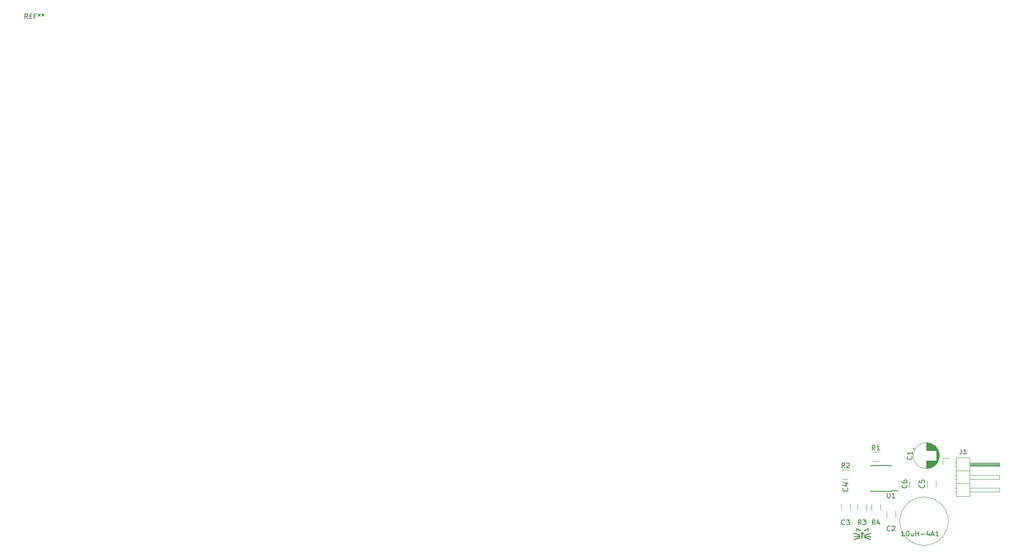
<source format=gbr>
G04 #@! TF.GenerationSoftware,KiCad,Pcbnew,(5.0.0)*
G04 #@! TF.CreationDate,2018-08-05T21:05:08-04:00*
G04 #@! TF.ProjectId,5vStepDown,357653746570446F776E2E6B69636164,rev?*
G04 #@! TF.SameCoordinates,Original*
G04 #@! TF.FileFunction,Legend,Top*
G04 #@! TF.FilePolarity,Positive*
%FSLAX46Y46*%
G04 Gerber Fmt 4.6, Leading zero omitted, Abs format (unit mm)*
G04 Created by KiCad (PCBNEW (5.0.0)) date 08/05/18 21:05:08*
%MOMM*%
%LPD*%
G01*
G04 APERTURE LIST*
%ADD10C,0.120000*%
%ADD11C,0.150000*%
%ADD12C,0.010000*%
G04 APERTURE END LIST*
D10*
G04 #@! TO.C,C1*
X176753225Y-87175000D02*
X176753225Y-87675000D01*
X176503225Y-87425000D02*
X177003225Y-87425000D01*
X181909000Y-88616000D02*
X181909000Y-89184000D01*
X181869000Y-88382000D02*
X181869000Y-89418000D01*
X181829000Y-88223000D02*
X181829000Y-89577000D01*
X181789000Y-88095000D02*
X181789000Y-89705000D01*
X181749000Y-87985000D02*
X181749000Y-89815000D01*
X181709000Y-87889000D02*
X181709000Y-89911000D01*
X181669000Y-87802000D02*
X181669000Y-89998000D01*
X181629000Y-87722000D02*
X181629000Y-90078000D01*
X181589000Y-87649000D02*
X181589000Y-90151000D01*
X181549000Y-87581000D02*
X181549000Y-90219000D01*
X181509000Y-87517000D02*
X181509000Y-90283000D01*
X181469000Y-87457000D02*
X181469000Y-90343000D01*
X181429000Y-87400000D02*
X181429000Y-90400000D01*
X181389000Y-87346000D02*
X181389000Y-90454000D01*
X181349000Y-87295000D02*
X181349000Y-90505000D01*
X181309000Y-89940000D02*
X181309000Y-90553000D01*
X181309000Y-87247000D02*
X181309000Y-87860000D01*
X181269000Y-89940000D02*
X181269000Y-90599000D01*
X181269000Y-87201000D02*
X181269000Y-87860000D01*
X181229000Y-89940000D02*
X181229000Y-90643000D01*
X181229000Y-87157000D02*
X181229000Y-87860000D01*
X181189000Y-89940000D02*
X181189000Y-90685000D01*
X181189000Y-87115000D02*
X181189000Y-87860000D01*
X181149000Y-89940000D02*
X181149000Y-90726000D01*
X181149000Y-87074000D02*
X181149000Y-87860000D01*
X181109000Y-89940000D02*
X181109000Y-90764000D01*
X181109000Y-87036000D02*
X181109000Y-87860000D01*
X181069000Y-89940000D02*
X181069000Y-90801000D01*
X181069000Y-86999000D02*
X181069000Y-87860000D01*
X181029000Y-89940000D02*
X181029000Y-90837000D01*
X181029000Y-86963000D02*
X181029000Y-87860000D01*
X180989000Y-89940000D02*
X180989000Y-90871000D01*
X180989000Y-86929000D02*
X180989000Y-87860000D01*
X180949000Y-89940000D02*
X180949000Y-90904000D01*
X180949000Y-86896000D02*
X180949000Y-87860000D01*
X180909000Y-89940000D02*
X180909000Y-90935000D01*
X180909000Y-86865000D02*
X180909000Y-87860000D01*
X180869000Y-89940000D02*
X180869000Y-90965000D01*
X180869000Y-86835000D02*
X180869000Y-87860000D01*
X180829000Y-89940000D02*
X180829000Y-90995000D01*
X180829000Y-86805000D02*
X180829000Y-87860000D01*
X180789000Y-89940000D02*
X180789000Y-91022000D01*
X180789000Y-86778000D02*
X180789000Y-87860000D01*
X180749000Y-89940000D02*
X180749000Y-91049000D01*
X180749000Y-86751000D02*
X180749000Y-87860000D01*
X180709000Y-89940000D02*
X180709000Y-91075000D01*
X180709000Y-86725000D02*
X180709000Y-87860000D01*
X180669000Y-89940000D02*
X180669000Y-91100000D01*
X180669000Y-86700000D02*
X180669000Y-87860000D01*
X180629000Y-89940000D02*
X180629000Y-91124000D01*
X180629000Y-86676000D02*
X180629000Y-87860000D01*
X180589000Y-89940000D02*
X180589000Y-91147000D01*
X180589000Y-86653000D02*
X180589000Y-87860000D01*
X180549000Y-89940000D02*
X180549000Y-91168000D01*
X180549000Y-86632000D02*
X180549000Y-87860000D01*
X180509000Y-89940000D02*
X180509000Y-91190000D01*
X180509000Y-86610000D02*
X180509000Y-87860000D01*
X180469000Y-89940000D02*
X180469000Y-91210000D01*
X180469000Y-86590000D02*
X180469000Y-87860000D01*
X180429000Y-89940000D02*
X180429000Y-91229000D01*
X180429000Y-86571000D02*
X180429000Y-87860000D01*
X180389000Y-89940000D02*
X180389000Y-91248000D01*
X180389000Y-86552000D02*
X180389000Y-87860000D01*
X180349000Y-89940000D02*
X180349000Y-91265000D01*
X180349000Y-86535000D02*
X180349000Y-87860000D01*
X180309000Y-89940000D02*
X180309000Y-91282000D01*
X180309000Y-86518000D02*
X180309000Y-87860000D01*
X180269000Y-89940000D02*
X180269000Y-91298000D01*
X180269000Y-86502000D02*
X180269000Y-87860000D01*
X180229000Y-89940000D02*
X180229000Y-91314000D01*
X180229000Y-86486000D02*
X180229000Y-87860000D01*
X180189000Y-89940000D02*
X180189000Y-91328000D01*
X180189000Y-86472000D02*
X180189000Y-87860000D01*
X180149000Y-89940000D02*
X180149000Y-91342000D01*
X180149000Y-86458000D02*
X180149000Y-87860000D01*
X180109000Y-89940000D02*
X180109000Y-91355000D01*
X180109000Y-86445000D02*
X180109000Y-87860000D01*
X180069000Y-89940000D02*
X180069000Y-91368000D01*
X180069000Y-86432000D02*
X180069000Y-87860000D01*
X180029000Y-89940000D02*
X180029000Y-91380000D01*
X180029000Y-86420000D02*
X180029000Y-87860000D01*
X179988000Y-89940000D02*
X179988000Y-91391000D01*
X179988000Y-86409000D02*
X179988000Y-87860000D01*
X179948000Y-89940000D02*
X179948000Y-91401000D01*
X179948000Y-86399000D02*
X179948000Y-87860000D01*
X179908000Y-89940000D02*
X179908000Y-91411000D01*
X179908000Y-86389000D02*
X179908000Y-87860000D01*
X179868000Y-89940000D02*
X179868000Y-91420000D01*
X179868000Y-86380000D02*
X179868000Y-87860000D01*
X179828000Y-89940000D02*
X179828000Y-91428000D01*
X179828000Y-86372000D02*
X179828000Y-87860000D01*
X179788000Y-89940000D02*
X179788000Y-91436000D01*
X179788000Y-86364000D02*
X179788000Y-87860000D01*
X179748000Y-89940000D02*
X179748000Y-91443000D01*
X179748000Y-86357000D02*
X179748000Y-87860000D01*
X179708000Y-89940000D02*
X179708000Y-91450000D01*
X179708000Y-86350000D02*
X179708000Y-87860000D01*
X179668000Y-89940000D02*
X179668000Y-91456000D01*
X179668000Y-86344000D02*
X179668000Y-87860000D01*
X179628000Y-89940000D02*
X179628000Y-91461000D01*
X179628000Y-86339000D02*
X179628000Y-87860000D01*
X179588000Y-89940000D02*
X179588000Y-91465000D01*
X179588000Y-86335000D02*
X179588000Y-87860000D01*
X179548000Y-89940000D02*
X179548000Y-91469000D01*
X179548000Y-86331000D02*
X179548000Y-87860000D01*
X179508000Y-89940000D02*
X179508000Y-91473000D01*
X179508000Y-86327000D02*
X179508000Y-87860000D01*
X179468000Y-89940000D02*
X179468000Y-91476000D01*
X179468000Y-86324000D02*
X179468000Y-87860000D01*
X179428000Y-89940000D02*
X179428000Y-91478000D01*
X179428000Y-86322000D02*
X179428000Y-87860000D01*
X179388000Y-89940000D02*
X179388000Y-91479000D01*
X179388000Y-86321000D02*
X179388000Y-87860000D01*
X179348000Y-86320000D02*
X179348000Y-87860000D01*
X179348000Y-89940000D02*
X179348000Y-91480000D01*
X179308000Y-86320000D02*
X179308000Y-87860000D01*
X179308000Y-89940000D02*
X179308000Y-91480000D01*
X181928000Y-88900000D02*
G75*
G03X181928000Y-88900000I-2620000J0D01*
G01*
G04 #@! TO.C,10uH-4A1*
X183726000Y-102108000D02*
G75*
G03X183726000Y-102108000I-4870000J0D01*
G01*
G04 #@! TO.C,C2*
X171302000Y-100105936D02*
X171302000Y-101310064D01*
X173122000Y-100105936D02*
X173122000Y-101310064D01*
G04 #@! TO.C,C3*
X162176786Y-98595554D02*
X162176786Y-99799682D01*
X163996786Y-98595554D02*
X163996786Y-99799682D01*
G04 #@! TO.C,C4*
X163540064Y-91800000D02*
X162335936Y-91800000D01*
X163540064Y-93620000D02*
X162335936Y-93620000D01*
G04 #@! TO.C,C5*
X181250000Y-95214064D02*
X181250000Y-94009936D01*
X179430000Y-95214064D02*
X179430000Y-94009936D01*
G04 #@! TO.C,C6*
X177694000Y-95220064D02*
X177694000Y-94015936D01*
X175874000Y-95220064D02*
X175874000Y-94015936D01*
G04 #@! TO.C,J1*
X182626000Y-89408000D02*
X183896000Y-89408000D01*
X182626000Y-90678000D02*
X182626000Y-89408000D01*
X184938929Y-96138000D02*
X185336000Y-96138000D01*
X184938929Y-95378000D02*
X185336000Y-95378000D01*
X193996000Y-96138000D02*
X187996000Y-96138000D01*
X193996000Y-95378000D02*
X193996000Y-96138000D01*
X187996000Y-95378000D02*
X193996000Y-95378000D01*
X185336000Y-94488000D02*
X187996000Y-94488000D01*
X184938929Y-93598000D02*
X185336000Y-93598000D01*
X184938929Y-92838000D02*
X185336000Y-92838000D01*
X193996000Y-93598000D02*
X187996000Y-93598000D01*
X193996000Y-92838000D02*
X193996000Y-93598000D01*
X187996000Y-92838000D02*
X193996000Y-92838000D01*
X185336000Y-91948000D02*
X187996000Y-91948000D01*
X185006000Y-91058000D02*
X185336000Y-91058000D01*
X185006000Y-90298000D02*
X185336000Y-90298000D01*
X187996000Y-90958000D02*
X193996000Y-90958000D01*
X187996000Y-90838000D02*
X193996000Y-90838000D01*
X187996000Y-90718000D02*
X193996000Y-90718000D01*
X187996000Y-90598000D02*
X193996000Y-90598000D01*
X187996000Y-90478000D02*
X193996000Y-90478000D01*
X187996000Y-90358000D02*
X193996000Y-90358000D01*
X193996000Y-91058000D02*
X187996000Y-91058000D01*
X193996000Y-90298000D02*
X193996000Y-91058000D01*
X187996000Y-90298000D02*
X193996000Y-90298000D01*
X187996000Y-89348000D02*
X185336000Y-89348000D01*
X187996000Y-97088000D02*
X187996000Y-89348000D01*
X185336000Y-97088000D02*
X187996000Y-97088000D01*
X185336000Y-89348000D02*
X185336000Y-97088000D01*
G04 #@! TO.C,R1*
X168561936Y-90064000D02*
X169766064Y-90064000D01*
X168561936Y-88244000D02*
X169766064Y-88244000D01*
G04 #@! TO.C,R2*
X162465936Y-96160000D02*
X163670064Y-96160000D01*
X162465936Y-94340000D02*
X163670064Y-94340000D01*
G04 #@! TO.C,R3*
X165460000Y-98711936D02*
X165460000Y-99916064D01*
X167280000Y-98711936D02*
X167280000Y-99916064D01*
G04 #@! TO.C,R4*
X168254000Y-98711936D02*
X168254000Y-99916064D01*
X170074000Y-98711936D02*
X170074000Y-99916064D01*
D11*
G04 #@! TO.C,U1*
X172255000Y-95997000D02*
X173655000Y-95997000D01*
X172255000Y-90897000D02*
X168105000Y-90897000D01*
X172255000Y-96047000D02*
X168105000Y-96047000D01*
X172255000Y-90897000D02*
X172255000Y-91042000D01*
X168105000Y-90897000D02*
X168105000Y-91042000D01*
X168105000Y-96047000D02*
X168105000Y-95902000D01*
X172255000Y-96047000D02*
X172255000Y-95997000D01*
D12*
G04 #@! TO.C,G\002A\002A\002A*
G36*
X167627681Y-103491735D02*
X167627716Y-103499971D01*
X167627644Y-103513102D01*
X167627469Y-103530754D01*
X167627198Y-103552553D01*
X167626835Y-103578125D01*
X167626386Y-103607095D01*
X167625857Y-103639091D01*
X167625254Y-103673738D01*
X167624581Y-103710661D01*
X167623845Y-103749487D01*
X167623207Y-103781965D01*
X167622401Y-103822738D01*
X167621629Y-103862379D01*
X167620897Y-103900466D01*
X167620214Y-103936575D01*
X167619587Y-103970286D01*
X167619024Y-104001175D01*
X167618533Y-104028820D01*
X167618121Y-104052800D01*
X167617796Y-104072692D01*
X167617565Y-104088073D01*
X167617436Y-104098521D01*
X167617411Y-104102606D01*
X167617423Y-104131534D01*
X167495446Y-104131534D01*
X167497201Y-104074384D01*
X167497752Y-104055263D01*
X167498331Y-104033040D01*
X167498927Y-104008256D01*
X167499531Y-103981452D01*
X167500135Y-103953169D01*
X167500728Y-103923949D01*
X167501301Y-103894331D01*
X167501844Y-103864859D01*
X167502349Y-103836071D01*
X167502806Y-103808510D01*
X167503205Y-103782716D01*
X167503536Y-103759231D01*
X167503791Y-103738595D01*
X167503960Y-103721350D01*
X167504034Y-103708037D01*
X167504002Y-103699196D01*
X167503856Y-103695370D01*
X167503821Y-103695258D01*
X167501250Y-103696451D01*
X167494031Y-103700231D01*
X167482448Y-103706439D01*
X167466788Y-103714921D01*
X167447335Y-103725519D01*
X167424374Y-103738077D01*
X167398190Y-103752439D01*
X167369069Y-103768447D01*
X167337296Y-103785946D01*
X167303156Y-103804779D01*
X167266934Y-103824789D01*
X167228915Y-103845820D01*
X167189385Y-103867716D01*
X167168417Y-103879341D01*
X167128151Y-103901663D01*
X167089210Y-103923232D01*
X167051884Y-103943889D01*
X167016461Y-103963475D01*
X166983229Y-103981831D01*
X166952477Y-103998798D01*
X166924494Y-104014217D01*
X166899568Y-104027929D01*
X166877988Y-104039775D01*
X166860043Y-104049596D01*
X166846021Y-104057234D01*
X166836211Y-104062528D01*
X166830901Y-104065320D01*
X166830023Y-104065729D01*
X166827359Y-104064247D01*
X166822926Y-104058702D01*
X166816551Y-104048828D01*
X166808059Y-104034358D01*
X166798978Y-104018122D01*
X166790670Y-104002890D01*
X166783339Y-103989160D01*
X166777418Y-103977764D01*
X166773337Y-103969537D01*
X166771529Y-103965310D01*
X166771486Y-103965121D01*
X166773147Y-103963294D01*
X166778500Y-103959531D01*
X166787681Y-103953753D01*
X166800827Y-103945883D01*
X166818075Y-103935842D01*
X166839562Y-103923550D01*
X166865426Y-103908929D01*
X166895802Y-103891901D01*
X166930828Y-103872386D01*
X166970640Y-103850306D01*
X166985975Y-103841823D01*
X167025284Y-103820085D01*
X167068414Y-103796225D01*
X167114344Y-103770809D01*
X167162054Y-103744402D01*
X167210522Y-103717569D01*
X167258728Y-103690876D01*
X167305649Y-103664889D01*
X167350264Y-103640172D01*
X167391553Y-103617290D01*
X167413597Y-103605071D01*
X167445533Y-103587391D01*
X167476048Y-103570549D01*
X167504781Y-103554741D01*
X167531375Y-103540161D01*
X167555470Y-103527004D01*
X167576707Y-103515467D01*
X167594727Y-103505743D01*
X167609171Y-103498028D01*
X167619680Y-103492517D01*
X167625896Y-103489405D01*
X167627532Y-103488769D01*
X167627681Y-103491735D01*
X167627681Y-103491735D01*
G37*
X167627681Y-103491735D02*
X167627716Y-103499971D01*
X167627644Y-103513102D01*
X167627469Y-103530754D01*
X167627198Y-103552553D01*
X167626835Y-103578125D01*
X167626386Y-103607095D01*
X167625857Y-103639091D01*
X167625254Y-103673738D01*
X167624581Y-103710661D01*
X167623845Y-103749487D01*
X167623207Y-103781965D01*
X167622401Y-103822738D01*
X167621629Y-103862379D01*
X167620897Y-103900466D01*
X167620214Y-103936575D01*
X167619587Y-103970286D01*
X167619024Y-104001175D01*
X167618533Y-104028820D01*
X167618121Y-104052800D01*
X167617796Y-104072692D01*
X167617565Y-104088073D01*
X167617436Y-104098521D01*
X167617411Y-104102606D01*
X167617423Y-104131534D01*
X167495446Y-104131534D01*
X167497201Y-104074384D01*
X167497752Y-104055263D01*
X167498331Y-104033040D01*
X167498927Y-104008256D01*
X167499531Y-103981452D01*
X167500135Y-103953169D01*
X167500728Y-103923949D01*
X167501301Y-103894331D01*
X167501844Y-103864859D01*
X167502349Y-103836071D01*
X167502806Y-103808510D01*
X167503205Y-103782716D01*
X167503536Y-103759231D01*
X167503791Y-103738595D01*
X167503960Y-103721350D01*
X167504034Y-103708037D01*
X167504002Y-103699196D01*
X167503856Y-103695370D01*
X167503821Y-103695258D01*
X167501250Y-103696451D01*
X167494031Y-103700231D01*
X167482448Y-103706439D01*
X167466788Y-103714921D01*
X167447335Y-103725519D01*
X167424374Y-103738077D01*
X167398190Y-103752439D01*
X167369069Y-103768447D01*
X167337296Y-103785946D01*
X167303156Y-103804779D01*
X167266934Y-103824789D01*
X167228915Y-103845820D01*
X167189385Y-103867716D01*
X167168417Y-103879341D01*
X167128151Y-103901663D01*
X167089210Y-103923232D01*
X167051884Y-103943889D01*
X167016461Y-103963475D01*
X166983229Y-103981831D01*
X166952477Y-103998798D01*
X166924494Y-104014217D01*
X166899568Y-104027929D01*
X166877988Y-104039775D01*
X166860043Y-104049596D01*
X166846021Y-104057234D01*
X166836211Y-104062528D01*
X166830901Y-104065320D01*
X166830023Y-104065729D01*
X166827359Y-104064247D01*
X166822926Y-104058702D01*
X166816551Y-104048828D01*
X166808059Y-104034358D01*
X166798978Y-104018122D01*
X166790670Y-104002890D01*
X166783339Y-103989160D01*
X166777418Y-103977764D01*
X166773337Y-103969537D01*
X166771529Y-103965310D01*
X166771486Y-103965121D01*
X166773147Y-103963294D01*
X166778500Y-103959531D01*
X166787681Y-103953753D01*
X166800827Y-103945883D01*
X166818075Y-103935842D01*
X166839562Y-103923550D01*
X166865426Y-103908929D01*
X166895802Y-103891901D01*
X166930828Y-103872386D01*
X166970640Y-103850306D01*
X166985975Y-103841823D01*
X167025284Y-103820085D01*
X167068414Y-103796225D01*
X167114344Y-103770809D01*
X167162054Y-103744402D01*
X167210522Y-103717569D01*
X167258728Y-103690876D01*
X167305649Y-103664889D01*
X167350264Y-103640172D01*
X167391553Y-103617290D01*
X167413597Y-103605071D01*
X167445533Y-103587391D01*
X167476048Y-103570549D01*
X167504781Y-103554741D01*
X167531375Y-103540161D01*
X167555470Y-103527004D01*
X167576707Y-103515467D01*
X167594727Y-103505743D01*
X167609171Y-103498028D01*
X167619680Y-103492517D01*
X167625896Y-103489405D01*
X167627532Y-103488769D01*
X167627681Y-103491735D01*
G36*
X165208208Y-103489914D02*
X165215427Y-103493598D01*
X165226899Y-103499656D01*
X165242282Y-103507905D01*
X165261236Y-103518158D01*
X165283423Y-103530231D01*
X165308501Y-103543938D01*
X165336130Y-103559094D01*
X165365972Y-103575515D01*
X165397685Y-103593014D01*
X165430929Y-103611407D01*
X165443527Y-103618388D01*
X165483028Y-103640287D01*
X165525237Y-103663678D01*
X165569331Y-103688106D01*
X165614488Y-103713116D01*
X165659887Y-103738254D01*
X165704706Y-103763064D01*
X165748124Y-103787092D01*
X165789318Y-103809882D01*
X165827468Y-103830981D01*
X165861750Y-103849932D01*
X165871176Y-103855141D01*
X165907439Y-103875200D01*
X165939031Y-103892731D01*
X165966239Y-103907900D01*
X165989349Y-103920875D01*
X166008650Y-103931823D01*
X166024429Y-103940911D01*
X166036973Y-103948307D01*
X166046568Y-103954178D01*
X166053504Y-103958692D01*
X166058066Y-103962016D01*
X166060542Y-103964317D01*
X166061219Y-103965762D01*
X166061205Y-103965841D01*
X166059522Y-103969810D01*
X166055537Y-103977853D01*
X166049697Y-103989112D01*
X166042445Y-104002731D01*
X166034229Y-104017852D01*
X166033685Y-104018842D01*
X166023352Y-104037306D01*
X166015272Y-104050943D01*
X166009271Y-104060022D01*
X166005172Y-104064812D01*
X166003111Y-104065729D01*
X166000175Y-104064255D01*
X165992593Y-104060200D01*
X165980654Y-104053722D01*
X165964646Y-104044979D01*
X165944859Y-104034132D01*
X165921580Y-104021339D01*
X165895099Y-104006759D01*
X165865704Y-103990551D01*
X165833684Y-103972874D01*
X165799327Y-103953887D01*
X165762922Y-103933749D01*
X165724758Y-103912618D01*
X165685123Y-103890655D01*
X165664717Y-103879341D01*
X165624516Y-103857059D01*
X165585678Y-103835561D01*
X165548489Y-103815004D01*
X165513234Y-103795543D01*
X165480198Y-103777335D01*
X165449667Y-103760537D01*
X165421925Y-103745305D01*
X165397258Y-103731796D01*
X165375951Y-103720166D01*
X165358289Y-103710571D01*
X165344557Y-103703168D01*
X165335040Y-103698114D01*
X165330024Y-103695566D01*
X165329289Y-103695282D01*
X165329122Y-103698241D01*
X165329070Y-103706303D01*
X165329125Y-103718925D01*
X165329277Y-103735567D01*
X165329516Y-103755687D01*
X165329833Y-103778745D01*
X165330220Y-103804198D01*
X165330665Y-103831506D01*
X165331160Y-103860128D01*
X165331696Y-103889522D01*
X165332262Y-103919147D01*
X165332850Y-103948462D01*
X165333451Y-103976926D01*
X165334054Y-104003998D01*
X165334650Y-104029136D01*
X165335230Y-104051800D01*
X165335784Y-104071447D01*
X165335917Y-104075795D01*
X165337647Y-104131534D01*
X165215711Y-104131534D01*
X165215721Y-104102606D01*
X165215666Y-104095769D01*
X165215503Y-104083711D01*
X165215240Y-104066854D01*
X165214885Y-104045621D01*
X165214445Y-104020434D01*
X165213928Y-103991715D01*
X165213342Y-103959886D01*
X165212694Y-103925370D01*
X165211992Y-103888589D01*
X165211244Y-103849965D01*
X165210457Y-103809920D01*
X165209902Y-103781988D01*
X165209115Y-103741899D01*
X165208389Y-103703411D01*
X165207727Y-103666898D01*
X165207137Y-103632733D01*
X165206623Y-103601291D01*
X165206190Y-103572946D01*
X165205845Y-103548071D01*
X165205593Y-103527042D01*
X165205439Y-103510232D01*
X165205389Y-103498014D01*
X165205449Y-103490764D01*
X165205580Y-103488791D01*
X165208208Y-103489914D01*
X165208208Y-103489914D01*
G37*
X165208208Y-103489914D02*
X165215427Y-103493598D01*
X165226899Y-103499656D01*
X165242282Y-103507905D01*
X165261236Y-103518158D01*
X165283423Y-103530231D01*
X165308501Y-103543938D01*
X165336130Y-103559094D01*
X165365972Y-103575515D01*
X165397685Y-103593014D01*
X165430929Y-103611407D01*
X165443527Y-103618388D01*
X165483028Y-103640287D01*
X165525237Y-103663678D01*
X165569331Y-103688106D01*
X165614488Y-103713116D01*
X165659887Y-103738254D01*
X165704706Y-103763064D01*
X165748124Y-103787092D01*
X165789318Y-103809882D01*
X165827468Y-103830981D01*
X165861750Y-103849932D01*
X165871176Y-103855141D01*
X165907439Y-103875200D01*
X165939031Y-103892731D01*
X165966239Y-103907900D01*
X165989349Y-103920875D01*
X166008650Y-103931823D01*
X166024429Y-103940911D01*
X166036973Y-103948307D01*
X166046568Y-103954178D01*
X166053504Y-103958692D01*
X166058066Y-103962016D01*
X166060542Y-103964317D01*
X166061219Y-103965762D01*
X166061205Y-103965841D01*
X166059522Y-103969810D01*
X166055537Y-103977853D01*
X166049697Y-103989112D01*
X166042445Y-104002731D01*
X166034229Y-104017852D01*
X166033685Y-104018842D01*
X166023352Y-104037306D01*
X166015272Y-104050943D01*
X166009271Y-104060022D01*
X166005172Y-104064812D01*
X166003111Y-104065729D01*
X166000175Y-104064255D01*
X165992593Y-104060200D01*
X165980654Y-104053722D01*
X165964646Y-104044979D01*
X165944859Y-104034132D01*
X165921580Y-104021339D01*
X165895099Y-104006759D01*
X165865704Y-103990551D01*
X165833684Y-103972874D01*
X165799327Y-103953887D01*
X165762922Y-103933749D01*
X165724758Y-103912618D01*
X165685123Y-103890655D01*
X165664717Y-103879341D01*
X165624516Y-103857059D01*
X165585678Y-103835561D01*
X165548489Y-103815004D01*
X165513234Y-103795543D01*
X165480198Y-103777335D01*
X165449667Y-103760537D01*
X165421925Y-103745305D01*
X165397258Y-103731796D01*
X165375951Y-103720166D01*
X165358289Y-103710571D01*
X165344557Y-103703168D01*
X165335040Y-103698114D01*
X165330024Y-103695566D01*
X165329289Y-103695282D01*
X165329122Y-103698241D01*
X165329070Y-103706303D01*
X165329125Y-103718925D01*
X165329277Y-103735567D01*
X165329516Y-103755687D01*
X165329833Y-103778745D01*
X165330220Y-103804198D01*
X165330665Y-103831506D01*
X165331160Y-103860128D01*
X165331696Y-103889522D01*
X165332262Y-103919147D01*
X165332850Y-103948462D01*
X165333451Y-103976926D01*
X165334054Y-104003998D01*
X165334650Y-104029136D01*
X165335230Y-104051800D01*
X165335784Y-104071447D01*
X165335917Y-104075795D01*
X165337647Y-104131534D01*
X165215711Y-104131534D01*
X165215721Y-104102606D01*
X165215666Y-104095769D01*
X165215503Y-104083711D01*
X165215240Y-104066854D01*
X165214885Y-104045621D01*
X165214445Y-104020434D01*
X165213928Y-103991715D01*
X165213342Y-103959886D01*
X165212694Y-103925370D01*
X165211992Y-103888589D01*
X165211244Y-103849965D01*
X165210457Y-103809920D01*
X165209902Y-103781988D01*
X165209115Y-103741899D01*
X165208389Y-103703411D01*
X165207727Y-103666898D01*
X165207137Y-103632733D01*
X165206623Y-103601291D01*
X165206190Y-103572946D01*
X165205845Y-103548071D01*
X165205593Y-103527042D01*
X165205439Y-103510232D01*
X165205389Y-103498014D01*
X165205449Y-103490764D01*
X165205580Y-103488791D01*
X165208208Y-103489914D01*
G36*
X164751763Y-104465411D02*
X164759699Y-104467911D01*
X164772404Y-104471961D01*
X164789582Y-104477464D01*
X164810934Y-104484323D01*
X164836163Y-104492443D01*
X164864972Y-104501726D01*
X164897063Y-104512077D01*
X164932140Y-104523400D01*
X164969904Y-104535597D01*
X165010058Y-104548573D01*
X165052304Y-104562231D01*
X165096346Y-104576475D01*
X165141887Y-104591208D01*
X165188627Y-104606335D01*
X165236271Y-104621758D01*
X165284521Y-104637382D01*
X165333079Y-104653110D01*
X165381648Y-104668846D01*
X165429931Y-104684494D01*
X165477630Y-104699956D01*
X165524448Y-104715138D01*
X165570087Y-104729941D01*
X165614251Y-104744271D01*
X165656641Y-104758031D01*
X165696960Y-104771124D01*
X165734911Y-104783454D01*
X165770197Y-104794925D01*
X165802519Y-104805441D01*
X165831581Y-104814904D01*
X165857086Y-104823219D01*
X165878735Y-104830290D01*
X165896232Y-104836020D01*
X165909279Y-104840312D01*
X165917579Y-104843071D01*
X165920834Y-104844199D01*
X165920870Y-104844219D01*
X165920489Y-104847183D01*
X165918619Y-104854509D01*
X165915564Y-104865234D01*
X165911627Y-104878401D01*
X165907113Y-104893047D01*
X165902325Y-104908214D01*
X165897566Y-104922940D01*
X165893142Y-104936267D01*
X165889354Y-104947233D01*
X165886508Y-104954879D01*
X165884906Y-104958244D01*
X165884775Y-104958321D01*
X165881976Y-104957453D01*
X165874051Y-104954926D01*
X165861245Y-104950818D01*
X165843801Y-104945208D01*
X165821965Y-104938176D01*
X165795980Y-104929800D01*
X165766090Y-104920159D01*
X165732541Y-104909332D01*
X165695576Y-104897398D01*
X165655440Y-104884435D01*
X165612376Y-104870523D01*
X165566630Y-104855740D01*
X165518445Y-104840166D01*
X165468067Y-104823879D01*
X165415738Y-104806957D01*
X165361704Y-104789481D01*
X165306209Y-104771528D01*
X165297556Y-104768729D01*
X165241871Y-104750712D01*
X165187618Y-104733157D01*
X165135041Y-104716144D01*
X165084383Y-104699750D01*
X165035889Y-104684055D01*
X164989802Y-104669139D01*
X164946366Y-104655079D01*
X164905824Y-104641954D01*
X164868421Y-104629845D01*
X164834400Y-104618829D01*
X164804005Y-104608985D01*
X164777480Y-104600393D01*
X164755068Y-104593131D01*
X164737013Y-104587278D01*
X164723559Y-104582913D01*
X164714950Y-104580116D01*
X164711429Y-104578964D01*
X164711354Y-104578938D01*
X164711896Y-104576252D01*
X164713945Y-104569174D01*
X164717189Y-104558655D01*
X164721317Y-104545646D01*
X164726016Y-104531098D01*
X164730975Y-104515962D01*
X164735880Y-104501189D01*
X164740421Y-104487730D01*
X164744285Y-104476536D01*
X164747159Y-104468558D01*
X164748732Y-104464747D01*
X164748893Y-104464556D01*
X164751763Y-104465411D01*
X164751763Y-104465411D01*
G37*
X164751763Y-104465411D02*
X164759699Y-104467911D01*
X164772404Y-104471961D01*
X164789582Y-104477464D01*
X164810934Y-104484323D01*
X164836163Y-104492443D01*
X164864972Y-104501726D01*
X164897063Y-104512077D01*
X164932140Y-104523400D01*
X164969904Y-104535597D01*
X165010058Y-104548573D01*
X165052304Y-104562231D01*
X165096346Y-104576475D01*
X165141887Y-104591208D01*
X165188627Y-104606335D01*
X165236271Y-104621758D01*
X165284521Y-104637382D01*
X165333079Y-104653110D01*
X165381648Y-104668846D01*
X165429931Y-104684494D01*
X165477630Y-104699956D01*
X165524448Y-104715138D01*
X165570087Y-104729941D01*
X165614251Y-104744271D01*
X165656641Y-104758031D01*
X165696960Y-104771124D01*
X165734911Y-104783454D01*
X165770197Y-104794925D01*
X165802519Y-104805441D01*
X165831581Y-104814904D01*
X165857086Y-104823219D01*
X165878735Y-104830290D01*
X165896232Y-104836020D01*
X165909279Y-104840312D01*
X165917579Y-104843071D01*
X165920834Y-104844199D01*
X165920870Y-104844219D01*
X165920489Y-104847183D01*
X165918619Y-104854509D01*
X165915564Y-104865234D01*
X165911627Y-104878401D01*
X165907113Y-104893047D01*
X165902325Y-104908214D01*
X165897566Y-104922940D01*
X165893142Y-104936267D01*
X165889354Y-104947233D01*
X165886508Y-104954879D01*
X165884906Y-104958244D01*
X165884775Y-104958321D01*
X165881976Y-104957453D01*
X165874051Y-104954926D01*
X165861245Y-104950818D01*
X165843801Y-104945208D01*
X165821965Y-104938176D01*
X165795980Y-104929800D01*
X165766090Y-104920159D01*
X165732541Y-104909332D01*
X165695576Y-104897398D01*
X165655440Y-104884435D01*
X165612376Y-104870523D01*
X165566630Y-104855740D01*
X165518445Y-104840166D01*
X165468067Y-104823879D01*
X165415738Y-104806957D01*
X165361704Y-104789481D01*
X165306209Y-104771528D01*
X165297556Y-104768729D01*
X165241871Y-104750712D01*
X165187618Y-104733157D01*
X165135041Y-104716144D01*
X165084383Y-104699750D01*
X165035889Y-104684055D01*
X164989802Y-104669139D01*
X164946366Y-104655079D01*
X164905824Y-104641954D01*
X164868421Y-104629845D01*
X164834400Y-104618829D01*
X164804005Y-104608985D01*
X164777480Y-104600393D01*
X164755068Y-104593131D01*
X164737013Y-104587278D01*
X164723559Y-104582913D01*
X164714950Y-104580116D01*
X164711429Y-104578964D01*
X164711354Y-104578938D01*
X164711896Y-104576252D01*
X164713945Y-104569174D01*
X164717189Y-104558655D01*
X164721317Y-104545646D01*
X164726016Y-104531098D01*
X164730975Y-104515962D01*
X164735880Y-104501189D01*
X164740421Y-104487730D01*
X164744285Y-104476536D01*
X164747159Y-104468558D01*
X164748732Y-104464747D01*
X164748893Y-104464556D01*
X164751763Y-104465411D01*
G36*
X168020105Y-104474008D02*
X168021734Y-104477392D01*
X168024597Y-104485071D01*
X168028386Y-104496069D01*
X168032795Y-104509409D01*
X168037519Y-104524117D01*
X168042250Y-104539215D01*
X168046683Y-104553729D01*
X168050511Y-104566681D01*
X168053428Y-104577097D01*
X168055128Y-104583999D01*
X168055372Y-104586394D01*
X168052616Y-104587366D01*
X168044788Y-104589978D01*
X168032185Y-104594135D01*
X168015105Y-104599739D01*
X167993846Y-104606694D01*
X167968706Y-104614904D01*
X167939983Y-104624271D01*
X167907975Y-104634700D01*
X167872979Y-104646093D01*
X167835294Y-104658354D01*
X167795217Y-104671386D01*
X167753046Y-104685093D01*
X167709079Y-104699378D01*
X167663614Y-104714144D01*
X167616949Y-104729296D01*
X167569382Y-104744735D01*
X167521209Y-104760366D01*
X167472731Y-104776092D01*
X167424243Y-104791817D01*
X167376045Y-104807443D01*
X167328433Y-104822874D01*
X167281706Y-104838014D01*
X167236162Y-104852766D01*
X167192099Y-104867033D01*
X167149814Y-104880719D01*
X167109605Y-104893726D01*
X167071770Y-104905959D01*
X167036608Y-104917321D01*
X167004415Y-104927715D01*
X166975490Y-104937045D01*
X166950130Y-104945214D01*
X166928634Y-104952125D01*
X166911300Y-104957681D01*
X166898424Y-104961787D01*
X166890306Y-104964345D01*
X166887878Y-104965087D01*
X166885858Y-104965232D01*
X166883903Y-104963977D01*
X166881731Y-104960674D01*
X166879062Y-104954677D01*
X166875613Y-104945340D01*
X166871103Y-104932017D01*
X166865250Y-104914061D01*
X166864079Y-104910430D01*
X166858740Y-104893597D01*
X166854162Y-104878632D01*
X166850579Y-104866345D01*
X166848223Y-104857546D01*
X166847331Y-104853046D01*
X166847388Y-104852650D01*
X166850246Y-104851577D01*
X166858171Y-104848878D01*
X166870864Y-104844647D01*
X166888028Y-104838981D01*
X166909367Y-104831976D01*
X166934582Y-104823728D01*
X166963378Y-104814332D01*
X166995456Y-104803885D01*
X167030520Y-104792482D01*
X167068272Y-104780220D01*
X167108416Y-104767194D01*
X167150654Y-104753501D01*
X167194689Y-104739236D01*
X167240224Y-104724495D01*
X167286962Y-104709374D01*
X167334605Y-104693970D01*
X167382857Y-104678377D01*
X167431420Y-104662692D01*
X167479997Y-104647012D01*
X167528292Y-104631431D01*
X167576006Y-104616046D01*
X167622843Y-104600953D01*
X167668506Y-104586247D01*
X167712697Y-104572025D01*
X167755120Y-104558383D01*
X167795477Y-104545416D01*
X167833471Y-104533220D01*
X167868805Y-104521892D01*
X167901181Y-104511528D01*
X167930303Y-104502222D01*
X167955874Y-104494072D01*
X167977596Y-104487173D01*
X167995172Y-104481621D01*
X168008306Y-104477512D01*
X168016699Y-104474942D01*
X168020055Y-104474007D01*
X168020105Y-104474008D01*
X168020105Y-104474008D01*
G37*
X168020105Y-104474008D02*
X168021734Y-104477392D01*
X168024597Y-104485071D01*
X168028386Y-104496069D01*
X168032795Y-104509409D01*
X168037519Y-104524117D01*
X168042250Y-104539215D01*
X168046683Y-104553729D01*
X168050511Y-104566681D01*
X168053428Y-104577097D01*
X168055128Y-104583999D01*
X168055372Y-104586394D01*
X168052616Y-104587366D01*
X168044788Y-104589978D01*
X168032185Y-104594135D01*
X168015105Y-104599739D01*
X167993846Y-104606694D01*
X167968706Y-104614904D01*
X167939983Y-104624271D01*
X167907975Y-104634700D01*
X167872979Y-104646093D01*
X167835294Y-104658354D01*
X167795217Y-104671386D01*
X167753046Y-104685093D01*
X167709079Y-104699378D01*
X167663614Y-104714144D01*
X167616949Y-104729296D01*
X167569382Y-104744735D01*
X167521209Y-104760366D01*
X167472731Y-104776092D01*
X167424243Y-104791817D01*
X167376045Y-104807443D01*
X167328433Y-104822874D01*
X167281706Y-104838014D01*
X167236162Y-104852766D01*
X167192099Y-104867033D01*
X167149814Y-104880719D01*
X167109605Y-104893726D01*
X167071770Y-104905959D01*
X167036608Y-104917321D01*
X167004415Y-104927715D01*
X166975490Y-104937045D01*
X166950130Y-104945214D01*
X166928634Y-104952125D01*
X166911300Y-104957681D01*
X166898424Y-104961787D01*
X166890306Y-104964345D01*
X166887878Y-104965087D01*
X166885858Y-104965232D01*
X166883903Y-104963977D01*
X166881731Y-104960674D01*
X166879062Y-104954677D01*
X166875613Y-104945340D01*
X166871103Y-104932017D01*
X166865250Y-104914061D01*
X166864079Y-104910430D01*
X166858740Y-104893597D01*
X166854162Y-104878632D01*
X166850579Y-104866345D01*
X166848223Y-104857546D01*
X166847331Y-104853046D01*
X166847388Y-104852650D01*
X166850246Y-104851577D01*
X166858171Y-104848878D01*
X166870864Y-104844647D01*
X166888028Y-104838981D01*
X166909367Y-104831976D01*
X166934582Y-104823728D01*
X166963378Y-104814332D01*
X166995456Y-104803885D01*
X167030520Y-104792482D01*
X167068272Y-104780220D01*
X167108416Y-104767194D01*
X167150654Y-104753501D01*
X167194689Y-104739236D01*
X167240224Y-104724495D01*
X167286962Y-104709374D01*
X167334605Y-104693970D01*
X167382857Y-104678377D01*
X167431420Y-104662692D01*
X167479997Y-104647012D01*
X167528292Y-104631431D01*
X167576006Y-104616046D01*
X167622843Y-104600953D01*
X167668506Y-104586247D01*
X167712697Y-104572025D01*
X167755120Y-104558383D01*
X167795477Y-104545416D01*
X167833471Y-104533220D01*
X167868805Y-104521892D01*
X167901181Y-104511528D01*
X167930303Y-104502222D01*
X167955874Y-104494072D01*
X167977596Y-104487173D01*
X167995172Y-104481621D01*
X168008306Y-104477512D01*
X168016699Y-104474942D01*
X168020055Y-104474007D01*
X168020105Y-104474008D01*
G36*
X165883682Y-105074814D02*
X165884442Y-105082427D01*
X165885386Y-105093626D01*
X165886445Y-105107389D01*
X165887549Y-105122693D01*
X165888627Y-105138515D01*
X165889611Y-105153831D01*
X165890430Y-105167619D01*
X165891015Y-105178855D01*
X165891296Y-105186517D01*
X165891203Y-105189581D01*
X165891202Y-105189583D01*
X165888352Y-105189881D01*
X165880186Y-105190537D01*
X165867020Y-105191531D01*
X165849171Y-105192840D01*
X165826955Y-105194443D01*
X165800686Y-105196318D01*
X165770682Y-105198444D01*
X165737258Y-105200798D01*
X165700730Y-105203359D01*
X165661414Y-105206106D01*
X165619626Y-105209016D01*
X165575683Y-105212068D01*
X165529899Y-105215241D01*
X165482591Y-105218512D01*
X165434076Y-105221860D01*
X165384668Y-105225264D01*
X165334684Y-105228701D01*
X165284441Y-105232150D01*
X165234253Y-105235589D01*
X165184437Y-105238997D01*
X165135308Y-105242351D01*
X165087184Y-105245631D01*
X165040379Y-105248814D01*
X164995210Y-105251879D01*
X164951993Y-105254804D01*
X164911043Y-105257568D01*
X164872677Y-105260148D01*
X164837211Y-105262524D01*
X164804960Y-105264672D01*
X164776241Y-105266573D01*
X164751369Y-105268203D01*
X164730661Y-105269542D01*
X164714432Y-105270568D01*
X164702999Y-105271258D01*
X164696677Y-105271592D01*
X164695717Y-105271621D01*
X164687632Y-105271479D01*
X164683678Y-105270234D01*
X164682342Y-105266873D01*
X164682151Y-105262539D01*
X164681892Y-105256739D01*
X164681274Y-105246447D01*
X164680373Y-105232799D01*
X164679262Y-105216930D01*
X164678316Y-105203978D01*
X164677154Y-105187952D01*
X164676203Y-105174018D01*
X164675520Y-105163093D01*
X164675162Y-105156092D01*
X164675160Y-105153907D01*
X164677997Y-105153625D01*
X164686152Y-105152986D01*
X164699310Y-105152013D01*
X164717157Y-105150726D01*
X164739379Y-105149147D01*
X164765660Y-105147297D01*
X164795688Y-105145197D01*
X164829147Y-105142870D01*
X164865724Y-105140336D01*
X164905103Y-105137616D01*
X164946971Y-105134733D01*
X164991014Y-105131707D01*
X165036916Y-105128559D01*
X165084364Y-105125312D01*
X165133044Y-105121986D01*
X165182640Y-105118604D01*
X165232839Y-105115185D01*
X165283327Y-105111752D01*
X165333789Y-105108325D01*
X165383911Y-105104927D01*
X165433378Y-105101579D01*
X165481876Y-105098301D01*
X165529092Y-105095116D01*
X165574709Y-105092045D01*
X165618415Y-105089108D01*
X165659895Y-105086328D01*
X165698835Y-105083726D01*
X165734920Y-105081323D01*
X165767835Y-105079141D01*
X165797268Y-105077200D01*
X165822903Y-105075523D01*
X165844426Y-105074130D01*
X165861522Y-105073043D01*
X165873878Y-105072284D01*
X165881179Y-105071873D01*
X165883175Y-105071812D01*
X165883682Y-105074814D01*
X165883682Y-105074814D01*
G37*
X165883682Y-105074814D02*
X165884442Y-105082427D01*
X165885386Y-105093626D01*
X165886445Y-105107389D01*
X165887549Y-105122693D01*
X165888627Y-105138515D01*
X165889611Y-105153831D01*
X165890430Y-105167619D01*
X165891015Y-105178855D01*
X165891296Y-105186517D01*
X165891203Y-105189581D01*
X165891202Y-105189583D01*
X165888352Y-105189881D01*
X165880186Y-105190537D01*
X165867020Y-105191531D01*
X165849171Y-105192840D01*
X165826955Y-105194443D01*
X165800686Y-105196318D01*
X165770682Y-105198444D01*
X165737258Y-105200798D01*
X165700730Y-105203359D01*
X165661414Y-105206106D01*
X165619626Y-105209016D01*
X165575683Y-105212068D01*
X165529899Y-105215241D01*
X165482591Y-105218512D01*
X165434076Y-105221860D01*
X165384668Y-105225264D01*
X165334684Y-105228701D01*
X165284441Y-105232150D01*
X165234253Y-105235589D01*
X165184437Y-105238997D01*
X165135308Y-105242351D01*
X165087184Y-105245631D01*
X165040379Y-105248814D01*
X164995210Y-105251879D01*
X164951993Y-105254804D01*
X164911043Y-105257568D01*
X164872677Y-105260148D01*
X164837211Y-105262524D01*
X164804960Y-105264672D01*
X164776241Y-105266573D01*
X164751369Y-105268203D01*
X164730661Y-105269542D01*
X164714432Y-105270568D01*
X164702999Y-105271258D01*
X164696677Y-105271592D01*
X164695717Y-105271621D01*
X164687632Y-105271479D01*
X164683678Y-105270234D01*
X164682342Y-105266873D01*
X164682151Y-105262539D01*
X164681892Y-105256739D01*
X164681274Y-105246447D01*
X164680373Y-105232799D01*
X164679262Y-105216930D01*
X164678316Y-105203978D01*
X164677154Y-105187952D01*
X164676203Y-105174018D01*
X164675520Y-105163093D01*
X164675162Y-105156092D01*
X164675160Y-105153907D01*
X164677997Y-105153625D01*
X164686152Y-105152986D01*
X164699310Y-105152013D01*
X164717157Y-105150726D01*
X164739379Y-105149147D01*
X164765660Y-105147297D01*
X164795688Y-105145197D01*
X164829147Y-105142870D01*
X164865724Y-105140336D01*
X164905103Y-105137616D01*
X164946971Y-105134733D01*
X164991014Y-105131707D01*
X165036916Y-105128559D01*
X165084364Y-105125312D01*
X165133044Y-105121986D01*
X165182640Y-105118604D01*
X165232839Y-105115185D01*
X165283327Y-105111752D01*
X165333789Y-105108325D01*
X165383911Y-105104927D01*
X165433378Y-105101579D01*
X165481876Y-105098301D01*
X165529092Y-105095116D01*
X165574709Y-105092045D01*
X165618415Y-105089108D01*
X165659895Y-105086328D01*
X165698835Y-105083726D01*
X165734920Y-105081323D01*
X165767835Y-105079141D01*
X165797268Y-105077200D01*
X165822903Y-105075523D01*
X165844426Y-105074130D01*
X165861522Y-105073043D01*
X165873878Y-105072284D01*
X165881179Y-105071873D01*
X165883175Y-105071812D01*
X165883682Y-105074814D01*
G36*
X166888109Y-105080253D02*
X166896277Y-105080715D01*
X166909447Y-105081522D01*
X166927305Y-105082654D01*
X166949537Y-105084088D01*
X166975828Y-105085805D01*
X167005864Y-105087781D01*
X167039331Y-105089997D01*
X167075914Y-105092430D01*
X167115299Y-105095059D01*
X167157172Y-105097863D01*
X167201218Y-105100820D01*
X167247123Y-105103909D01*
X167294572Y-105107109D01*
X167343252Y-105110399D01*
X167392848Y-105113756D01*
X167443045Y-105117160D01*
X167493529Y-105120589D01*
X167543986Y-105124022D01*
X167594102Y-105127438D01*
X167643562Y-105130814D01*
X167692052Y-105134131D01*
X167739257Y-105137365D01*
X167784863Y-105140497D01*
X167828556Y-105143505D01*
X167870022Y-105146366D01*
X167908945Y-105149061D01*
X167945012Y-105151567D01*
X167977909Y-105153864D01*
X168007321Y-105155929D01*
X168032933Y-105157742D01*
X168054432Y-105159280D01*
X168071503Y-105160524D01*
X168083832Y-105161451D01*
X168091104Y-105162040D01*
X168093073Y-105162256D01*
X168093117Y-105165185D01*
X168092777Y-105172849D01*
X168092105Y-105184356D01*
X168091154Y-105198813D01*
X168089980Y-105215267D01*
X168088744Y-105232257D01*
X168087660Y-105247642D01*
X168086798Y-105260402D01*
X168086227Y-105269512D01*
X168086017Y-105273828D01*
X168085569Y-105277190D01*
X168083530Y-105279058D01*
X168078648Y-105279823D01*
X168069669Y-105279879D01*
X168066861Y-105279832D01*
X168062207Y-105279605D01*
X168052194Y-105279005D01*
X168037097Y-105278051D01*
X168017189Y-105276760D01*
X167992742Y-105275152D01*
X167964031Y-105273245D01*
X167931327Y-105271057D01*
X167894905Y-105268606D01*
X167855038Y-105265912D01*
X167811998Y-105262992D01*
X167766059Y-105259865D01*
X167717493Y-105256550D01*
X167666575Y-105253065D01*
X167613578Y-105249428D01*
X167558773Y-105245658D01*
X167502436Y-105241773D01*
X167463611Y-105239091D01*
X167406664Y-105235153D01*
X167351217Y-105231318D01*
X167297534Y-105227604D01*
X167245875Y-105224030D01*
X167196505Y-105220613D01*
X167149686Y-105217372D01*
X167105679Y-105214325D01*
X167064749Y-105211490D01*
X167027157Y-105208885D01*
X166993165Y-105206529D01*
X166963038Y-105204440D01*
X166937036Y-105202636D01*
X166915423Y-105201134D01*
X166898460Y-105199954D01*
X166886412Y-105199114D01*
X166879540Y-105198631D01*
X166877942Y-105198515D01*
X166877728Y-105195817D01*
X166877874Y-105188494D01*
X166878320Y-105177553D01*
X166879002Y-105163996D01*
X166879860Y-105148829D01*
X166880830Y-105133057D01*
X166881851Y-105117683D01*
X166882860Y-105103712D01*
X166883796Y-105092150D01*
X166884596Y-105083999D01*
X166885198Y-105080266D01*
X166885258Y-105080159D01*
X166888109Y-105080253D01*
X166888109Y-105080253D01*
G37*
X166888109Y-105080253D02*
X166896277Y-105080715D01*
X166909447Y-105081522D01*
X166927305Y-105082654D01*
X166949537Y-105084088D01*
X166975828Y-105085805D01*
X167005864Y-105087781D01*
X167039331Y-105089997D01*
X167075914Y-105092430D01*
X167115299Y-105095059D01*
X167157172Y-105097863D01*
X167201218Y-105100820D01*
X167247123Y-105103909D01*
X167294572Y-105107109D01*
X167343252Y-105110399D01*
X167392848Y-105113756D01*
X167443045Y-105117160D01*
X167493529Y-105120589D01*
X167543986Y-105124022D01*
X167594102Y-105127438D01*
X167643562Y-105130814D01*
X167692052Y-105134131D01*
X167739257Y-105137365D01*
X167784863Y-105140497D01*
X167828556Y-105143505D01*
X167870022Y-105146366D01*
X167908945Y-105149061D01*
X167945012Y-105151567D01*
X167977909Y-105153864D01*
X168007321Y-105155929D01*
X168032933Y-105157742D01*
X168054432Y-105159280D01*
X168071503Y-105160524D01*
X168083832Y-105161451D01*
X168091104Y-105162040D01*
X168093073Y-105162256D01*
X168093117Y-105165185D01*
X168092777Y-105172849D01*
X168092105Y-105184356D01*
X168091154Y-105198813D01*
X168089980Y-105215267D01*
X168088744Y-105232257D01*
X168087660Y-105247642D01*
X168086798Y-105260402D01*
X168086227Y-105269512D01*
X168086017Y-105273828D01*
X168085569Y-105277190D01*
X168083530Y-105279058D01*
X168078648Y-105279823D01*
X168069669Y-105279879D01*
X168066861Y-105279832D01*
X168062207Y-105279605D01*
X168052194Y-105279005D01*
X168037097Y-105278051D01*
X168017189Y-105276760D01*
X167992742Y-105275152D01*
X167964031Y-105273245D01*
X167931327Y-105271057D01*
X167894905Y-105268606D01*
X167855038Y-105265912D01*
X167811998Y-105262992D01*
X167766059Y-105259865D01*
X167717493Y-105256550D01*
X167666575Y-105253065D01*
X167613578Y-105249428D01*
X167558773Y-105245658D01*
X167502436Y-105241773D01*
X167463611Y-105239091D01*
X167406664Y-105235153D01*
X167351217Y-105231318D01*
X167297534Y-105227604D01*
X167245875Y-105224030D01*
X167196505Y-105220613D01*
X167149686Y-105217372D01*
X167105679Y-105214325D01*
X167064749Y-105211490D01*
X167027157Y-105208885D01*
X166993165Y-105206529D01*
X166963038Y-105204440D01*
X166937036Y-105202636D01*
X166915423Y-105201134D01*
X166898460Y-105199954D01*
X166886412Y-105199114D01*
X166879540Y-105198631D01*
X166877942Y-105198515D01*
X166877728Y-105195817D01*
X166877874Y-105188494D01*
X166878320Y-105177553D01*
X166879002Y-105163996D01*
X166879860Y-105148829D01*
X166880830Y-105133057D01*
X166881851Y-105117683D01*
X166882860Y-105103712D01*
X166883796Y-105092150D01*
X166884596Y-105083999D01*
X166885198Y-105080266D01*
X166885258Y-105080159D01*
X166888109Y-105080253D01*
G36*
X166649400Y-104568978D02*
X166460311Y-104568978D01*
X166460311Y-105562400D01*
X166274045Y-105562400D01*
X166274045Y-104568978D01*
X166084956Y-104568978D01*
X166084956Y-104399645D01*
X166649400Y-104399645D01*
X166649400Y-104568978D01*
X166649400Y-104568978D01*
G37*
X166649400Y-104568978D02*
X166460311Y-104568978D01*
X166460311Y-105562400D01*
X166274045Y-105562400D01*
X166274045Y-104568978D01*
X166084956Y-104568978D01*
X166084956Y-104399645D01*
X166649400Y-104399645D01*
X166649400Y-104568978D01*
G36*
X165881329Y-105313753D02*
X165883933Y-105320710D01*
X165887611Y-105331139D01*
X165892047Y-105344087D01*
X165896927Y-105358601D01*
X165901935Y-105373729D01*
X165906757Y-105388515D01*
X165911078Y-105402009D01*
X165914581Y-105413255D01*
X165916953Y-105421301D01*
X165917878Y-105425194D01*
X165917850Y-105425404D01*
X165915126Y-105426314D01*
X165907277Y-105428881D01*
X165894549Y-105433025D01*
X165877186Y-105438667D01*
X165855434Y-105445726D01*
X165829538Y-105454124D01*
X165799745Y-105463781D01*
X165766299Y-105474617D01*
X165729446Y-105486554D01*
X165689432Y-105499511D01*
X165646502Y-105513409D01*
X165600901Y-105528168D01*
X165552876Y-105543709D01*
X165502670Y-105559953D01*
X165450531Y-105576819D01*
X165396703Y-105594229D01*
X165341432Y-105612103D01*
X165338859Y-105612935D01*
X165283482Y-105630843D01*
X165229511Y-105648298D01*
X165177194Y-105665220D01*
X165126778Y-105681530D01*
X165078510Y-105697147D01*
X165032637Y-105711990D01*
X164989407Y-105725981D01*
X164949067Y-105739039D01*
X164911863Y-105751084D01*
X164878044Y-105762036D01*
X164847856Y-105771815D01*
X164821547Y-105780341D01*
X164799363Y-105787533D01*
X164781553Y-105793313D01*
X164768363Y-105797599D01*
X164760040Y-105800312D01*
X164756832Y-105801372D01*
X164756815Y-105801378D01*
X164752916Y-105800241D01*
X164750365Y-105796077D01*
X164747920Y-105789187D01*
X164744455Y-105778817D01*
X164740276Y-105765945D01*
X164735688Y-105751549D01*
X164730996Y-105736609D01*
X164726504Y-105722104D01*
X164722519Y-105709010D01*
X164719345Y-105698308D01*
X164717288Y-105690977D01*
X164716652Y-105687993D01*
X164716661Y-105687977D01*
X164719383Y-105687039D01*
X164727178Y-105684461D01*
X164739747Y-105680341D01*
X164756792Y-105674774D01*
X164778014Y-105667858D01*
X164803116Y-105659689D01*
X164831798Y-105650363D01*
X164863763Y-105639978D01*
X164898711Y-105628630D01*
X164936345Y-105616416D01*
X164976367Y-105603431D01*
X165018478Y-105589774D01*
X165062379Y-105575540D01*
X165107772Y-105560825D01*
X165154360Y-105545728D01*
X165201843Y-105530343D01*
X165249923Y-105514769D01*
X165298302Y-105499101D01*
X165346682Y-105483436D01*
X165394764Y-105467871D01*
X165442250Y-105452502D01*
X165488841Y-105437426D01*
X165534239Y-105422740D01*
X165578146Y-105408539D01*
X165620264Y-105394922D01*
X165660293Y-105381984D01*
X165697937Y-105369821D01*
X165732895Y-105358532D01*
X165764871Y-105348211D01*
X165793565Y-105338957D01*
X165818680Y-105330865D01*
X165839916Y-105324032D01*
X165856977Y-105318554D01*
X165869562Y-105314529D01*
X165877374Y-105312053D01*
X165880113Y-105311222D01*
X165881329Y-105313753D01*
X165881329Y-105313753D01*
G37*
X165881329Y-105313753D02*
X165883933Y-105320710D01*
X165887611Y-105331139D01*
X165892047Y-105344087D01*
X165896927Y-105358601D01*
X165901935Y-105373729D01*
X165906757Y-105388515D01*
X165911078Y-105402009D01*
X165914581Y-105413255D01*
X165916953Y-105421301D01*
X165917878Y-105425194D01*
X165917850Y-105425404D01*
X165915126Y-105426314D01*
X165907277Y-105428881D01*
X165894549Y-105433025D01*
X165877186Y-105438667D01*
X165855434Y-105445726D01*
X165829538Y-105454124D01*
X165799745Y-105463781D01*
X165766299Y-105474617D01*
X165729446Y-105486554D01*
X165689432Y-105499511D01*
X165646502Y-105513409D01*
X165600901Y-105528168D01*
X165552876Y-105543709D01*
X165502670Y-105559953D01*
X165450531Y-105576819D01*
X165396703Y-105594229D01*
X165341432Y-105612103D01*
X165338859Y-105612935D01*
X165283482Y-105630843D01*
X165229511Y-105648298D01*
X165177194Y-105665220D01*
X165126778Y-105681530D01*
X165078510Y-105697147D01*
X165032637Y-105711990D01*
X164989407Y-105725981D01*
X164949067Y-105739039D01*
X164911863Y-105751084D01*
X164878044Y-105762036D01*
X164847856Y-105771815D01*
X164821547Y-105780341D01*
X164799363Y-105787533D01*
X164781553Y-105793313D01*
X164768363Y-105797599D01*
X164760040Y-105800312D01*
X164756832Y-105801372D01*
X164756815Y-105801378D01*
X164752916Y-105800241D01*
X164750365Y-105796077D01*
X164747920Y-105789187D01*
X164744455Y-105778817D01*
X164740276Y-105765945D01*
X164735688Y-105751549D01*
X164730996Y-105736609D01*
X164726504Y-105722104D01*
X164722519Y-105709010D01*
X164719345Y-105698308D01*
X164717288Y-105690977D01*
X164716652Y-105687993D01*
X164716661Y-105687977D01*
X164719383Y-105687039D01*
X164727178Y-105684461D01*
X164739747Y-105680341D01*
X164756792Y-105674774D01*
X164778014Y-105667858D01*
X164803116Y-105659689D01*
X164831798Y-105650363D01*
X164863763Y-105639978D01*
X164898711Y-105628630D01*
X164936345Y-105616416D01*
X164976367Y-105603431D01*
X165018478Y-105589774D01*
X165062379Y-105575540D01*
X165107772Y-105560825D01*
X165154360Y-105545728D01*
X165201843Y-105530343D01*
X165249923Y-105514769D01*
X165298302Y-105499101D01*
X165346682Y-105483436D01*
X165394764Y-105467871D01*
X165442250Y-105452502D01*
X165488841Y-105437426D01*
X165534239Y-105422740D01*
X165578146Y-105408539D01*
X165620264Y-105394922D01*
X165660293Y-105381984D01*
X165697937Y-105369821D01*
X165732895Y-105358532D01*
X165764871Y-105348211D01*
X165793565Y-105338957D01*
X165818680Y-105330865D01*
X165839916Y-105324032D01*
X165856977Y-105318554D01*
X165869562Y-105314529D01*
X165877374Y-105312053D01*
X165880113Y-105311222D01*
X165881329Y-105313753D01*
G36*
X166892986Y-105320782D02*
X166896710Y-105321922D01*
X166905449Y-105324691D01*
X166918904Y-105328993D01*
X166936775Y-105334731D01*
X166958765Y-105341807D01*
X166984572Y-105350125D01*
X167013899Y-105359588D01*
X167046447Y-105370099D01*
X167081916Y-105381560D01*
X167120008Y-105393876D01*
X167160423Y-105406949D01*
X167202862Y-105420682D01*
X167247027Y-105434978D01*
X167292618Y-105449740D01*
X167339337Y-105464872D01*
X167386884Y-105480276D01*
X167434960Y-105495856D01*
X167483266Y-105511514D01*
X167531504Y-105527154D01*
X167579374Y-105542678D01*
X167626577Y-105557990D01*
X167672814Y-105572993D01*
X167717787Y-105587590D01*
X167761195Y-105601683D01*
X167802741Y-105615177D01*
X167842124Y-105627974D01*
X167879047Y-105639976D01*
X167913210Y-105651088D01*
X167944313Y-105661213D01*
X167972059Y-105670252D01*
X167996147Y-105678110D01*
X168016280Y-105684689D01*
X168032157Y-105689893D01*
X168043480Y-105693624D01*
X168049950Y-105695786D01*
X168051437Y-105696318D01*
X168050995Y-105699237D01*
X168049064Y-105706533D01*
X168045954Y-105717231D01*
X168041973Y-105730357D01*
X168037432Y-105744939D01*
X168032640Y-105760001D01*
X168027906Y-105774571D01*
X168023540Y-105787674D01*
X168019852Y-105798336D01*
X168017151Y-105805584D01*
X168015808Y-105808396D01*
X168012985Y-105807719D01*
X168005038Y-105805378D01*
X167992214Y-105801451D01*
X167974757Y-105796016D01*
X167952914Y-105789153D01*
X167926930Y-105780940D01*
X167897051Y-105771454D01*
X167863522Y-105760774D01*
X167826588Y-105748980D01*
X167786496Y-105736148D01*
X167743490Y-105722359D01*
X167697817Y-105707689D01*
X167649722Y-105692218D01*
X167599450Y-105676023D01*
X167547247Y-105659184D01*
X167493358Y-105641779D01*
X167438029Y-105623886D01*
X167433978Y-105622575D01*
X167378545Y-105604629D01*
X167324536Y-105587133D01*
X167272196Y-105570166D01*
X167221772Y-105553809D01*
X167173508Y-105538141D01*
X167127650Y-105523242D01*
X167084445Y-105509193D01*
X167044137Y-105496074D01*
X167006972Y-105483964D01*
X166973197Y-105472944D01*
X166943056Y-105463094D01*
X166916795Y-105454494D01*
X166894660Y-105447223D01*
X166876896Y-105441363D01*
X166863750Y-105436992D01*
X166855466Y-105434191D01*
X166852291Y-105433040D01*
X166852266Y-105433023D01*
X166852576Y-105429904D01*
X166854439Y-105422248D01*
X166857622Y-105410875D01*
X166861895Y-105396604D01*
X166867024Y-105380253D01*
X166868663Y-105375164D01*
X166874758Y-105356459D01*
X166879447Y-105342481D01*
X166883023Y-105332576D01*
X166885779Y-105326088D01*
X166888008Y-105322363D01*
X166890003Y-105320746D01*
X166892056Y-105320581D01*
X166892986Y-105320782D01*
X166892986Y-105320782D01*
G37*
X166892986Y-105320782D02*
X166896710Y-105321922D01*
X166905449Y-105324691D01*
X166918904Y-105328993D01*
X166936775Y-105334731D01*
X166958765Y-105341807D01*
X166984572Y-105350125D01*
X167013899Y-105359588D01*
X167046447Y-105370099D01*
X167081916Y-105381560D01*
X167120008Y-105393876D01*
X167160423Y-105406949D01*
X167202862Y-105420682D01*
X167247027Y-105434978D01*
X167292618Y-105449740D01*
X167339337Y-105464872D01*
X167386884Y-105480276D01*
X167434960Y-105495856D01*
X167483266Y-105511514D01*
X167531504Y-105527154D01*
X167579374Y-105542678D01*
X167626577Y-105557990D01*
X167672814Y-105572993D01*
X167717787Y-105587590D01*
X167761195Y-105601683D01*
X167802741Y-105615177D01*
X167842124Y-105627974D01*
X167879047Y-105639976D01*
X167913210Y-105651088D01*
X167944313Y-105661213D01*
X167972059Y-105670252D01*
X167996147Y-105678110D01*
X168016280Y-105684689D01*
X168032157Y-105689893D01*
X168043480Y-105693624D01*
X168049950Y-105695786D01*
X168051437Y-105696318D01*
X168050995Y-105699237D01*
X168049064Y-105706533D01*
X168045954Y-105717231D01*
X168041973Y-105730357D01*
X168037432Y-105744939D01*
X168032640Y-105760001D01*
X168027906Y-105774571D01*
X168023540Y-105787674D01*
X168019852Y-105798336D01*
X168017151Y-105805584D01*
X168015808Y-105808396D01*
X168012985Y-105807719D01*
X168005038Y-105805378D01*
X167992214Y-105801451D01*
X167974757Y-105796016D01*
X167952914Y-105789153D01*
X167926930Y-105780940D01*
X167897051Y-105771454D01*
X167863522Y-105760774D01*
X167826588Y-105748980D01*
X167786496Y-105736148D01*
X167743490Y-105722359D01*
X167697817Y-105707689D01*
X167649722Y-105692218D01*
X167599450Y-105676023D01*
X167547247Y-105659184D01*
X167493358Y-105641779D01*
X167438029Y-105623886D01*
X167433978Y-105622575D01*
X167378545Y-105604629D01*
X167324536Y-105587133D01*
X167272196Y-105570166D01*
X167221772Y-105553809D01*
X167173508Y-105538141D01*
X167127650Y-105523242D01*
X167084445Y-105509193D01*
X167044137Y-105496074D01*
X167006972Y-105483964D01*
X166973197Y-105472944D01*
X166943056Y-105463094D01*
X166916795Y-105454494D01*
X166894660Y-105447223D01*
X166876896Y-105441363D01*
X166863750Y-105436992D01*
X166855466Y-105434191D01*
X166852291Y-105433040D01*
X166852266Y-105433023D01*
X166852576Y-105429904D01*
X166854439Y-105422248D01*
X166857622Y-105410875D01*
X166861895Y-105396604D01*
X166867024Y-105380253D01*
X166868663Y-105375164D01*
X166874758Y-105356459D01*
X166879447Y-105342481D01*
X166883023Y-105332576D01*
X166885779Y-105326088D01*
X166888008Y-105322363D01*
X166890003Y-105320746D01*
X166892056Y-105320581D01*
X166892986Y-105320782D01*
G04 #@! TO.C,REF\002A\002A*
D11*
X-1333333Y-952380D02*
X-1666666Y-476190D01*
X-1904761Y-952380D02*
X-1904761Y47619D01*
X-1523809Y47619D01*
X-1428571Y0D01*
X-1380952Y-47619D01*
X-1333333Y-142857D01*
X-1333333Y-285714D01*
X-1380952Y-380952D01*
X-1428571Y-428571D01*
X-1523809Y-476190D01*
X-1904761Y-476190D01*
X-904761Y-428571D02*
X-571428Y-428571D01*
X-428571Y-952380D02*
X-904761Y-952380D01*
X-904761Y47619D01*
X-428571Y47619D01*
X333333Y-428571D02*
X0Y-428571D01*
X0Y-952380D02*
X0Y47619D01*
X476190Y47619D01*
X999999Y47619D02*
X999999Y-190476D01*
X761904Y-95238D02*
X999999Y-190476D01*
X1238095Y-95238D01*
X857142Y-380952D02*
X999999Y-190476D01*
X1142857Y-380952D01*
X1761904Y47619D02*
X1761904Y-190476D01*
X1523809Y-95238D02*
X1761904Y-190476D01*
X1999999Y-95238D01*
X1619047Y-380952D02*
X1761904Y-190476D01*
X1904761Y-380952D01*
X-1333333Y-952380D02*
X-1666666Y-476190D01*
X-1904761Y-952380D02*
X-1904761Y47619D01*
X-1523809Y47619D01*
X-1428571Y0D01*
X-1380952Y-47619D01*
X-1333333Y-142857D01*
X-1333333Y-285714D01*
X-1380952Y-380952D01*
X-1428571Y-428571D01*
X-1523809Y-476190D01*
X-1904761Y-476190D01*
X-904761Y-428571D02*
X-571428Y-428571D01*
X-428571Y-952380D02*
X-904761Y-952380D01*
X-904761Y47619D01*
X-428571Y47619D01*
X333333Y-428571D02*
X0Y-428571D01*
X0Y-952380D02*
X0Y47619D01*
X476190Y47619D01*
X999999Y47619D02*
X999999Y-190476D01*
X761904Y-95238D02*
X999999Y-190476D01*
X1238095Y-95238D01*
X857142Y-380952D02*
X999999Y-190476D01*
X1142857Y-380952D01*
X1761904Y47619D02*
X1761904Y-190476D01*
X1523809Y-95238D02*
X1761904Y-190476D01*
X1999999Y-95238D01*
X1619047Y-380952D02*
X1761904Y-190476D01*
X1904761Y-380952D01*
G04 #@! TO.C,C1*
X176379142Y-89066666D02*
X176426761Y-89114285D01*
X176474380Y-89257142D01*
X176474380Y-89352380D01*
X176426761Y-89495238D01*
X176331523Y-89590476D01*
X176236285Y-89638095D01*
X176045809Y-89685714D01*
X175902952Y-89685714D01*
X175712476Y-89638095D01*
X175617238Y-89590476D01*
X175522000Y-89495238D01*
X175474380Y-89352380D01*
X175474380Y-89257142D01*
X175522000Y-89114285D01*
X175569619Y-89066666D01*
X176474380Y-88114285D02*
X176474380Y-88685714D01*
X176474380Y-88400000D02*
X175474380Y-88400000D01*
X175617238Y-88495238D01*
X175712476Y-88590476D01*
X175760095Y-88685714D01*
G04 #@! TO.C,10uH-4A1*
X174887333Y-105100380D02*
X174315904Y-105100380D01*
X174601619Y-105100380D02*
X174601619Y-104100380D01*
X174506380Y-104243238D01*
X174411142Y-104338476D01*
X174315904Y-104386095D01*
X175506380Y-104100380D02*
X175601619Y-104100380D01*
X175696857Y-104148000D01*
X175744476Y-104195619D01*
X175792095Y-104290857D01*
X175839714Y-104481333D01*
X175839714Y-104719428D01*
X175792095Y-104909904D01*
X175744476Y-105005142D01*
X175696857Y-105052761D01*
X175601619Y-105100380D01*
X175506380Y-105100380D01*
X175411142Y-105052761D01*
X175363523Y-105005142D01*
X175315904Y-104909904D01*
X175268285Y-104719428D01*
X175268285Y-104481333D01*
X175315904Y-104290857D01*
X175363523Y-104195619D01*
X175411142Y-104148000D01*
X175506380Y-104100380D01*
X176696857Y-104433714D02*
X176696857Y-105100380D01*
X176268285Y-104433714D02*
X176268285Y-104957523D01*
X176315904Y-105052761D01*
X176411142Y-105100380D01*
X176554000Y-105100380D01*
X176649238Y-105052761D01*
X176696857Y-105005142D01*
X177173047Y-105100380D02*
X177173047Y-104100380D01*
X177173047Y-104576571D02*
X177744476Y-104576571D01*
X177744476Y-105100380D02*
X177744476Y-104100380D01*
X178220666Y-104719428D02*
X178982571Y-104719428D01*
X179887333Y-104433714D02*
X179887333Y-105100380D01*
X179649238Y-104052761D02*
X179411142Y-104767047D01*
X180030190Y-104767047D01*
X180363523Y-104814666D02*
X180839714Y-104814666D01*
X180268285Y-105100380D02*
X180601619Y-104100380D01*
X180934952Y-105100380D01*
X181792095Y-105100380D02*
X181220666Y-105100380D01*
X181506380Y-105100380D02*
X181506380Y-104100380D01*
X181411142Y-104243238D01*
X181315904Y-104338476D01*
X181220666Y-104386095D01*
G04 #@! TO.C,C2*
X172045333Y-103989142D02*
X171997714Y-104036761D01*
X171854857Y-104084380D01*
X171759619Y-104084380D01*
X171616761Y-104036761D01*
X171521523Y-103941523D01*
X171473904Y-103846285D01*
X171426285Y-103655809D01*
X171426285Y-103512952D01*
X171473904Y-103322476D01*
X171521523Y-103227238D01*
X171616761Y-103132000D01*
X171759619Y-103084380D01*
X171854857Y-103084380D01*
X171997714Y-103132000D01*
X172045333Y-103179619D01*
X172426285Y-103179619D02*
X172473904Y-103132000D01*
X172569142Y-103084380D01*
X172807238Y-103084380D01*
X172902476Y-103132000D01*
X172950095Y-103179619D01*
X172997714Y-103274857D01*
X172997714Y-103370095D01*
X172950095Y-103512952D01*
X172378666Y-104084380D01*
X172997714Y-104084380D01*
G04 #@! TO.C,C3*
X162901333Y-102719142D02*
X162853714Y-102766761D01*
X162710857Y-102814380D01*
X162615619Y-102814380D01*
X162472761Y-102766761D01*
X162377523Y-102671523D01*
X162329904Y-102576285D01*
X162282285Y-102385809D01*
X162282285Y-102242952D01*
X162329904Y-102052476D01*
X162377523Y-101957238D01*
X162472761Y-101862000D01*
X162615619Y-101814380D01*
X162710857Y-101814380D01*
X162853714Y-101862000D01*
X162901333Y-101909619D01*
X163234666Y-101814380D02*
X163853714Y-101814380D01*
X163520380Y-102195333D01*
X163663238Y-102195333D01*
X163758476Y-102242952D01*
X163806095Y-102290571D01*
X163853714Y-102385809D01*
X163853714Y-102623904D01*
X163806095Y-102719142D01*
X163758476Y-102766761D01*
X163663238Y-102814380D01*
X163377523Y-102814380D01*
X163282285Y-102766761D01*
X163234666Y-102719142D01*
G04 #@! TO.C,C4*
X163425142Y-95416666D02*
X163472761Y-95464285D01*
X163520380Y-95607142D01*
X163520380Y-95702380D01*
X163472761Y-95845238D01*
X163377523Y-95940476D01*
X163282285Y-95988095D01*
X163091809Y-96035714D01*
X162948952Y-96035714D01*
X162758476Y-95988095D01*
X162663238Y-95940476D01*
X162568000Y-95845238D01*
X162520380Y-95702380D01*
X162520380Y-95607142D01*
X162568000Y-95464285D01*
X162615619Y-95416666D01*
X162853714Y-94559523D02*
X163520380Y-94559523D01*
X162472761Y-94797619D02*
X163187047Y-95035714D01*
X163187047Y-94416666D01*
G04 #@! TO.C,C5*
X178877142Y-94778666D02*
X178924761Y-94826285D01*
X178972380Y-94969142D01*
X178972380Y-95064380D01*
X178924761Y-95207238D01*
X178829523Y-95302476D01*
X178734285Y-95350095D01*
X178543809Y-95397714D01*
X178400952Y-95397714D01*
X178210476Y-95350095D01*
X178115238Y-95302476D01*
X178020000Y-95207238D01*
X177972380Y-95064380D01*
X177972380Y-94969142D01*
X178020000Y-94826285D01*
X178067619Y-94778666D01*
X177972380Y-93873904D02*
X177972380Y-94350095D01*
X178448571Y-94397714D01*
X178400952Y-94350095D01*
X178353333Y-94254857D01*
X178353333Y-94016761D01*
X178400952Y-93921523D01*
X178448571Y-93873904D01*
X178543809Y-93826285D01*
X178781904Y-93826285D01*
X178877142Y-93873904D01*
X178924761Y-93921523D01*
X178972380Y-94016761D01*
X178972380Y-94254857D01*
X178924761Y-94350095D01*
X178877142Y-94397714D01*
G04 #@! TO.C,C6*
X175321142Y-94784666D02*
X175368761Y-94832285D01*
X175416380Y-94975142D01*
X175416380Y-95070380D01*
X175368761Y-95213238D01*
X175273523Y-95308476D01*
X175178285Y-95356095D01*
X174987809Y-95403714D01*
X174844952Y-95403714D01*
X174654476Y-95356095D01*
X174559238Y-95308476D01*
X174464000Y-95213238D01*
X174416380Y-95070380D01*
X174416380Y-94975142D01*
X174464000Y-94832285D01*
X174511619Y-94784666D01*
X174416380Y-93927523D02*
X174416380Y-94118000D01*
X174464000Y-94213238D01*
X174511619Y-94260857D01*
X174654476Y-94356095D01*
X174844952Y-94403714D01*
X175225904Y-94403714D01*
X175321142Y-94356095D01*
X175368761Y-94308476D01*
X175416380Y-94213238D01*
X175416380Y-94022761D01*
X175368761Y-93927523D01*
X175321142Y-93879904D01*
X175225904Y-93832285D01*
X174987809Y-93832285D01*
X174892571Y-93879904D01*
X174844952Y-93927523D01*
X174797333Y-94022761D01*
X174797333Y-94213238D01*
X174844952Y-94308476D01*
X174892571Y-94356095D01*
X174987809Y-94403714D01*
G04 #@! TO.C,J1*
X186356666Y-87590380D02*
X186356666Y-88304666D01*
X186309047Y-88447523D01*
X186213809Y-88542761D01*
X186070952Y-88590380D01*
X185975714Y-88590380D01*
X187356666Y-88590380D02*
X186785238Y-88590380D01*
X187070952Y-88590380D02*
X187070952Y-87590380D01*
X186975714Y-87733238D01*
X186880476Y-87828476D01*
X186785238Y-87876095D01*
G04 #@! TO.C,R1*
X168997333Y-87828380D02*
X168664000Y-87352190D01*
X168425904Y-87828380D02*
X168425904Y-86828380D01*
X168806857Y-86828380D01*
X168902095Y-86876000D01*
X168949714Y-86923619D01*
X168997333Y-87018857D01*
X168997333Y-87161714D01*
X168949714Y-87256952D01*
X168902095Y-87304571D01*
X168806857Y-87352190D01*
X168425904Y-87352190D01*
X169949714Y-87828380D02*
X169378285Y-87828380D01*
X169664000Y-87828380D02*
X169664000Y-86828380D01*
X169568761Y-86971238D01*
X169473523Y-87066476D01*
X169378285Y-87114095D01*
G04 #@! TO.C,R2*
X162901333Y-91384380D02*
X162568000Y-90908190D01*
X162329904Y-91384380D02*
X162329904Y-90384380D01*
X162710857Y-90384380D01*
X162806095Y-90432000D01*
X162853714Y-90479619D01*
X162901333Y-90574857D01*
X162901333Y-90717714D01*
X162853714Y-90812952D01*
X162806095Y-90860571D01*
X162710857Y-90908190D01*
X162329904Y-90908190D01*
X163282285Y-90479619D02*
X163329904Y-90432000D01*
X163425142Y-90384380D01*
X163663238Y-90384380D01*
X163758476Y-90432000D01*
X163806095Y-90479619D01*
X163853714Y-90574857D01*
X163853714Y-90670095D01*
X163806095Y-90812952D01*
X163234666Y-91384380D01*
X163853714Y-91384380D01*
G04 #@! TO.C,R3*
X166203333Y-102814380D02*
X165870000Y-102338190D01*
X165631904Y-102814380D02*
X165631904Y-101814380D01*
X166012857Y-101814380D01*
X166108095Y-101862000D01*
X166155714Y-101909619D01*
X166203333Y-102004857D01*
X166203333Y-102147714D01*
X166155714Y-102242952D01*
X166108095Y-102290571D01*
X166012857Y-102338190D01*
X165631904Y-102338190D01*
X166536666Y-101814380D02*
X167155714Y-101814380D01*
X166822380Y-102195333D01*
X166965238Y-102195333D01*
X167060476Y-102242952D01*
X167108095Y-102290571D01*
X167155714Y-102385809D01*
X167155714Y-102623904D01*
X167108095Y-102719142D01*
X167060476Y-102766761D01*
X166965238Y-102814380D01*
X166679523Y-102814380D01*
X166584285Y-102766761D01*
X166536666Y-102719142D01*
G04 #@! TO.C,R4*
X168997333Y-102814380D02*
X168664000Y-102338190D01*
X168425904Y-102814380D02*
X168425904Y-101814380D01*
X168806857Y-101814380D01*
X168902095Y-101862000D01*
X168949714Y-101909619D01*
X168997333Y-102004857D01*
X168997333Y-102147714D01*
X168949714Y-102242952D01*
X168902095Y-102290571D01*
X168806857Y-102338190D01*
X168425904Y-102338190D01*
X169854476Y-102147714D02*
X169854476Y-102814380D01*
X169616380Y-101766761D02*
X169378285Y-102481047D01*
X169997333Y-102481047D01*
G04 #@! TO.C,U1*
X171450095Y-96424380D02*
X171450095Y-97233904D01*
X171497714Y-97329142D01*
X171545333Y-97376761D01*
X171640571Y-97424380D01*
X171831047Y-97424380D01*
X171926285Y-97376761D01*
X171973904Y-97329142D01*
X172021523Y-97233904D01*
X172021523Y-96424380D01*
X173021523Y-97424380D02*
X172450095Y-97424380D01*
X172735809Y-97424380D02*
X172735809Y-96424380D01*
X172640571Y-96567238D01*
X172545333Y-96662476D01*
X172450095Y-96710095D01*
G04 #@! TD*
M02*

</source>
